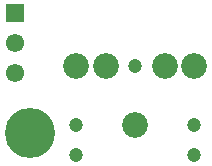
<source format=gbs>
G04 DipTrace 3.0.0.2*
G04 WellMonitorSingle.gbs*
%MOIN*%
G04 #@! TF.FileFunction,Soldermask,Bot*
G04 #@! TF.Part,Single*
%ADD17C,0.086*%
%ADD23C,0.047244*%
%ADD27C,0.167*%
%ADD29C,0.061055*%
%ADD31R,0.061055X0.061055*%
%FSLAX26Y26*%
G04*
G70*
G90*
G75*
G01*
G04 BotMask*
%LPD*%
D27*
X543701Y543701D3*
D17*
X893701Y568701D3*
X795276Y765551D3*
X696851D3*
X992126D3*
X1090551D3*
D23*
X696851Y568701D3*
Y470276D3*
X1090551D3*
Y568701D3*
X893701Y765551D3*
D31*
X493701Y943701D3*
D29*
Y843701D3*
Y743701D3*
M02*

</source>
